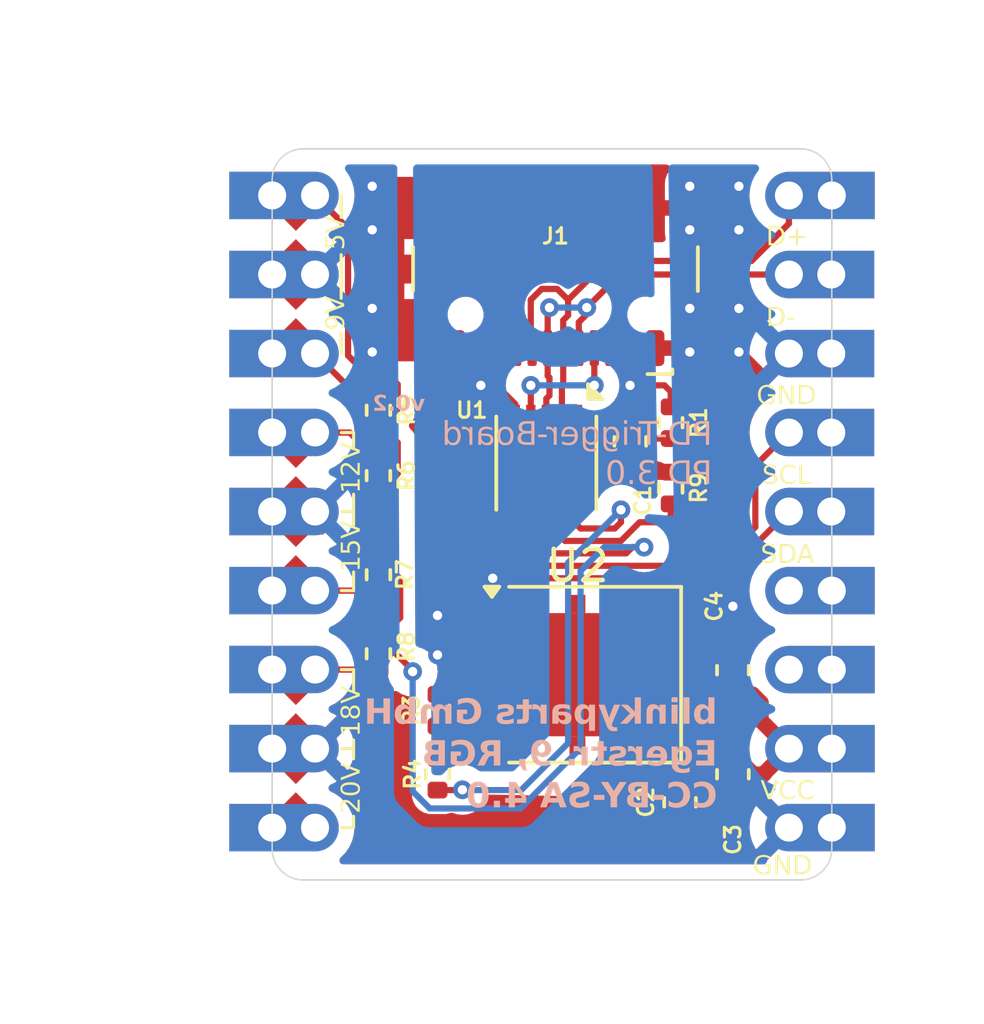
<source format=kicad_pcb>
(kicad_pcb (version 20240108) (generator "pcbnew") (generator_version "8.0")
  (layers (0 "F.Cu" signal) (31 "B.Cu" signal) (34 "B.Paste" user) (35 "F.Paste" user) (36 "B.SilkS" user "B.Silkscreen") (37 "F.SilkS" user "F.Silkscreen") (38 "B.Mask" user) (39 "F.Mask" user) (44 "Edge.Cuts" user))
  (net 0 "")
  (net 1 "GND")
  (net 2 "VOUT")
  (net 3 "D+")
  (net 4 "D-")
  (net 5 "VSET")
  (net 6 "VBUS")
  (net 7 "CC1")
  (net 8 "CC2")
  (net 9 "SCL")
  (net 10 "SDA")
  (net 11 "GATE")
  (net 12 "Net-(U3-SET_9V)")
  (net 13 "Net-(U3-SET_12V)")
  (net 14 "Net-(U3-SET_15V)")
  (net 15 "Net-(U3-SET_18V)")
  (net 16 "Net-(U1-ISET)")
  (net 17 "Net-(U1-VIN)")
  (net 18 "Net-(U2-G)")
  (footprint "Resistor_SMD:R_0402_1005Metric" (layer "F.Cu") (at 134.5 86.6 90)
    (property "Reference" "R6" (at 0 0.9 90) (layer "F.SilkS") (effects (font (size 0.5 0.5) (thickness 0.1))))
    (property "Value" "10k" (hide yes))
    (fp_line (start -0.153641 -0.38) (end 0.153641 -0.38) (stroke (width 0.12)) (layer "F.SilkS"))
    (fp_line (start -0.153641 0.38) (end 0.153641 0.38) (stroke (width 0.12)) (layer "F.SilkS"))
    (pad "1" smd roundrect (at -0.51 0 90) (size 0.54 0.64) (layers "F.Cu" "F.Paste" "F.Mask") (net 5 "VSET"))
    (pad "2" smd roundrect (at 0.51 0 90) (size 0.54 0.64) (layers "F.Cu" "F.Paste" "F.Mask") (net 13 "Net-(U3-SET_12V)"))
  )
  (footprint "Connector_USB:USB_C_Receptacle_GCT_USB4110" (layer "F.Cu") (at 140.193 78.822 180)
    (property "Reference" "J1" (at 0 -0.078 0) (layer "F.SilkS") (effects (font (size 0.5 0.5) (thickness 0.1))))
    (property "Value" "USB_C_Receptacle_USB3.0_12P")
    (fp_line (start 4.58 -0.435) (end 4.58 -1.845) (stroke (width 0.12)) (layer "F.SilkS"))
    (fp_line (start -2.96 -4.515) (end -3.76 -4.515) (stroke (width 0.12)) (layer "F.SilkS"))
    (fp_line (start -3.76 -4.515) (end -3.76 -4.365) (stroke (width 0.12)) (layer "F.SilkS"))
    (fp_line (start -4.58 -0.435) (end -4.58 -1.845) (stroke (width 0.12)) (layer "F.SilkS"))
    (pad "" np_thru_hole circle (at -2.89 -2.605 180) (size 0.65 0.65) (drill 0.65) (layers "F&B.Cu" "*.Mask"))
    (pad "" np_thru_hole circle (at 2.89 -2.605 180) (size 0.65 0.65) (drill 0.65) (layers "F&B.Cu" "*.Mask"))
    (pad "A1" smd roundrect (at -3.2 -3.68 180) (size 0.6 1.15) (layers "F.Cu" "F.Paste" "F.Mask") (net 1 "GND"))
    (pad "A4" smd roundrect (at -2.4 -3.68 180) (size 0.6 1.15) (layers "F.Cu" "F.Paste" "F.Mask") (net 6 "VBUS"))
    (pad "A5" smd roundrect (at -1.25 -3.68 180) (size 0.3 1.15) (layers "F.Cu" "F.Paste" "F.Mask") (net 7 "CC1"))
    (pad "A6" smd roundrect (at -0.25 -3.68 180) (size 0.3 1.15) (layers "F.Cu" "F.Paste" "F.Mask") (net 3 "D+"))
    (pad "A7" smd roundrect (at 0.25 -3.68 180) (size 0.3 1.15) (layers "F.Cu" "F.Paste" "F.Mask") (net 4 "D-"))
    (pad "A8" smd roundrect (at 1.25 -3.68 180) (size 0.3 1.15) (layers "F.Cu" "F.Paste" "F.Mask"))
    (pad "A9" smd roundrect (at 2.4 -3.68 180) (size 0.6 1.15) (layers "F.Cu" "F.Paste" "F.Mask") (net 6 "VBUS"))
    (pad "A12" smd roundrect (at 3.2 -3.68 180) (size 0.6 1.15) (layers "F.Cu" "F.Paste" "F.Mask") (net 1 "GND"))
    (pad "B1" smd roundrect (at 3.2 -3.68 180) (size 0.6 1.15) (layers "F.Cu" "F.Paste" "F.Mask") (net 1 "GND"))
    (pad "B4" smd roundrect (at 2.4 -3.68 180) (size 0.6 1.15) (layers "F.Cu" "F.Paste" "F.Mask") (net 6 "VBUS"))
    (pad "B5" smd roundrect (at 1.75 -3.68 180) (size 0.3 1.15) (layers "F.Cu" "F.Paste" "F.Mask") (net 8 "CC2"))
    (pad "B6" smd roundrect (at 0.75 -3.68 180) (size 0.3 1.15) (layers "F.Cu" "F.Paste" "F.Mask") (net 3 "D+"))
    (pad "B7" smd roundrect (at -0.75 -3.68 180) (size 0.3 1.15) (layers "F.Cu" "F.Paste" "F.Mask") (net 4 "D-"))
    (pad "B8" smd roundrect (at -1.75 -3.68 180) (size 0.3 1.15) (layers "F.Cu" "F.Paste" "F.Mask"))
    (pad "B9" smd roundrect (at -2.4 -3.68 180) (size 0.6 1.15) (layers "F.Cu" "F.Paste" "F.Mask") (net 6 "VBUS"))
    (pad "B12" smd roundrect (at -3.2 -3.68 180) (size 0.6 1.15) (layers "F.Cu" "F.Paste" "F.Mask") (net 1 "GND"))
    (pad "S1" smd roundrect (at -5.11 -3.105 180) (size 2.18 2) (layers "F.Cu" "F.Paste" "F.Mask") (roundrect_rratio 0.125) (net 1 "GND"))
    (pad "S1" smd roundrect (at -5.11 0.825 180) (size 2.18 2) (layers "F.Cu" "F.Paste" "F.Mask") (roundrect_rratio 0.125) (net 1 "GND"))
    (pad "S1" smd roundrect (at 5.11 -3.105 180) (size 2.18 2) (layers "F.Cu" "F.Paste" "F.Mask") (roundrect_rratio 0.125) (net 1 "GND"))
    (pad "S1" smd roundrect (at 5.11 0.825 180) (size 2.18 2) (layers "F.Cu" "F.Paste" "F.Mask") (roundrect_rratio 0.125) (net 1 "GND"))
  )
  (footprint "Resistor_SMD:R_0402_1005Metric" (layer "F.Cu") (at 136.4 94.145 -90)
    (property "Reference" "R3" (at 0.002641 0.838415 90) (layer "F.SilkS") (effects (font (size 0.5 0.5) (thickness 0.1))))
    (property "Value" "49.9k")
    (fp_line (start -0.153641 0.38) (end 0.153641 0.38) (stroke (width 0.12)) (layer "F.SilkS"))
    (fp_line (start -0.153641 -0.38) (end 0.153641 -0.38) (stroke (width 0.12)) (layer "F.SilkS"))
    (pad "1" smd roundrect (at -0.51 0 270) (size 0.54 0.64) (layers "F.Cu" "F.Paste" "F.Mask") (net 6 "VBUS"))
    (pad "2" smd roundrect (at 0.51 0 270) (size 0.54 0.64) (layers "F.Cu" "F.Paste" "F.Mask") (net 18 "Net-(U2-G)"))
  )
  (footprint "Resistor_SMD:R_0402_1005Metric" (layer "F.Cu") (at 134.5 84.5 90)
    (property "Reference" "R5" (at 0 0.9 90) (layer "F.SilkS") (effects (font (size 0.5 0.5) (thickness 0.1))))
    (property "Value" "6.04k" (hide yes))
    (fp_line (start -0.153641 -0.38) (end 0.153641 -0.38) (stroke (width 0.12)) (layer "F.SilkS"))
    (fp_line (start -0.153641 0.38) (end 0.153641 0.38) (stroke (width 0.12)) (layer "F.SilkS"))
    (pad "1" smd roundrect (at -0.51 0 90) (size 0.54 0.64) (layers "F.Cu" "F.Paste" "F.Mask") (net 5 "VSET"))
    (pad "2" smd roundrect (at 0.51 0 90) (size 0.54 0.64) (layers "F.Cu" "F.Paste" "F.Mask") (net 12 "Net-(U3-SET_9V)"))
  )
  (footprint "Resistor_SMD:R_0402_1005Metric" (layer "F.Cu") (at 143.9 87 90)
    (property "Reference" "R9" (at 0 0.9 90) (layer "F.SilkS") (effects (font (size 0.5 0.5) (thickness 0.1))))
    (property "Value" "22.6k" (hide yes))
    (fp_line (start -0.153641 -0.38) (end 0.153641 -0.38) (stroke (width 0.12)) (layer "F.SilkS"))
    (fp_line (start -0.153641 0.38) (end 0.153641 0.38) (stroke (width 0.12)) (layer "F.SilkS"))
    (pad "1" smd roundrect (at -0.51 0 90) (size 0.54 0.64) (layers "F.Cu" "F.Paste" "F.Mask") (net 16 "Net-(U1-ISET)"))
    (pad "2" smd roundrect (at 0.51 0 90) (size 0.54 0.64) (layers "F.Cu" "F.Paste" "F.Mask") (net 1 "GND"))
  )
  (footprint "Resistor_SMD:R_0402_1005Metric" (layer "F.Cu") (at 143.9 84.9 -90)
    (property "Reference" "R1" (at 0 -0.9 90) (layer "F.SilkS") (effects (font (size 0.5 0.5) (thickness 0.1))))
    (property "Value" "10R" (hide yes))
    (fp_line (start -0.153641 0.38) (end 0.153641 0.38) (stroke (width 0.12)) (layer "F.SilkS"))
    (fp_line (start -0.153641 -0.38) (end 0.153641 -0.38) (stroke (width 0.12)) (layer "F.SilkS"))
    (pad "1" smd roundrect (at -0.51 0 270) (size 0.54 0.64) (layers "F.Cu" "F.Paste" "F.Mask") (net 6 "VBUS"))
    (pad "2" smd roundrect (at 0.51 0 270) (size 0.54 0.64) (layers "F.Cu" "F.Paste" "F.Mask") (net 17 "Net-(U1-VIN)"))
  )
  (footprint "Package_SO:PowerPAK_SO-8L_Single" (layer "F.Cu") (at 140.9 93)
    (property "Reference" "U2" (at 0 -3.5 0) (layer "F.SilkS"))
    (property "Value" "SIR1309DP")
    (fp_line (start -2.2 -2.825) (end 3.335 -2.825) (stroke (width 0.12)) (layer "F.SilkS"))
    (fp_line (start -2.2 2.825) (end 3.335 2.825) (stroke (width 0.12)) (layer "F.SilkS"))
    (fp_line (start 3.335 -2.825) (end 3.335 2.825) (stroke (width 0.12)) (layer "F.SilkS"))
    (fp_poly (pts (xy -2.75 -2.5) (xy -2.51 -2.83) (xy -2.99 -2.83) (xy -2.75 -2.5)) (stroke (width 0.12)) (fill solid) (layer "F.SilkS"))
    (pad "1" smd roundrect (at -2.715 -1.905) (size 0.72 0.41) (layers "F.Cu" "F.Paste" "F.Mask") (net 6 "VBUS"))
    (pad "2" smd roundrect (at -2.715 -0.635) (size 0.72 0.41) (layers "F.Cu" "F.Paste" "F.Mask") (net 6 "VBUS"))
    (pad "3" smd roundrect (at -2.715 0.635) (size 0.72 0.41) (layers "F.Cu" "F.Paste" "F.Mask") (net 6 "VBUS"))
    (pad "4" smd roundrect (at -2.715 1.905) (size 0.72 0.41) (layers "F.Cu" "F.Paste" "F.Mask") (net 18 "Net-(U2-G)"))
    (pad "5" smd rect (at 0 -2.2725) (size 0.51 0.585) (layers "F.Cu" "F.Paste" "F.Mask") (net 2 "VOUT"))
    (pad "5" smd rect (at 0 2.2725) (size 0.51 0.585) (layers "F.Cu" "F.Paste" "F.Mask") (net 2 "VOUT"))
    (pad "5" smd rect (at 1.08 0) (size 3.99 3.96) (layers "F.Cu" "F.Mask") (net 2 "VOUT"))
    (pad "5" smd rect (at 2.87 -2.215) (size 0.41 0.47) (layers "F.Cu" "F.Paste" "F.Mask") (net 2 "VOUT"))
    (pad "5" smd rect (at 2.87 2.215) (size 0.41 0.47) (layers "F.Cu" "F.Paste" "F.Mask") (net 2 "VOUT"))
  )
  (footprint "blinkyparts:ESP32-S3-Zero" (layer "F.Cu") (at 131.081 93.597)
    (property "Reference" "U3")
    (property "Value" "ESP32-S3-mini_pinprofile")
    (fp_line (start 0 5) (end 0 -16.5) (stroke (width 0.05)) (layer "Edge.Cuts"))
    (fp_line (start 17 -17.5) (end 1 -17.5) (stroke (width 0.05)) (layer "Edge.Cuts"))
    (fp_line (start 17 6) (end 1 6) (stroke (width 0.05)) (layer "Edge.Cuts"))
    (fp_line (start 18 -16.5) (end 18 5) (stroke (width 0.05)) (layer "Edge.Cuts"))
    (fp_arc (start 0 -16.5) (mid 0.292893 -17.207107) (end 1 -17.5) (stroke (width 0.05)) (layer "Edge.Cuts"))
    (fp_arc (start 1 6) (mid 0.292893 5.707107) (end 0 5) (stroke (width 0.05)) (layer "Edge.Cuts"))
    (fp_arc (start 17 -17.5) (mid 17.707107 -17.207107) (end 18 -16.5) (stroke (width 0.05)) (layer "Edge.Cuts"))
    (fp_arc (start 18 5) (mid 17.707107 5.707107) (end 17 6) (stroke (width 0.05)) (layer "Edge.Cuts"))
    (pad "1" thru_hole rect (at 0 -16.002) (size 2.76 1.524) (drill 0.9) (layers "*.Cu" "*.Mask") (net 5 "VSET"))
    (pad "1" smd trapezoid (at 0.762 -15.113 180) (size 0.5 0.5) (rect_delta 0 0.5) (layers "F.Cu" "F.Paste" "F.Mask") (net 5 "VSET"))
    (pad "1" thru_hole circle (at 1.38 -16.002) (size 1.524 1.524) (drill 0.9) (layers "*.Cu" "*.Mask") (net 5 "VSET"))
    (pad "2" thru_hole rect (at 0 -13.46) (size 2.76 1.524) (drill 0.9) (layers "*.Cu" "*.Mask") (net 1 "GND"))
    (pad "2" smd trapezoid (at 0.762 -14.349) (size 0.5 0.5) (rect_delta 0 0.5) (layers "F.Cu" "F.Paste" "F.Mask") (net 1 "GND"))
    (pad "2" smd trapezoid (at 0.762 -12.571 180) (size 0.5 0.5) (rect_delta 0 0.5) (layers "F.Cu" "F.Paste" "F.Mask") (net 1 "GND"))
    (pad "2" thru_hole circle (at 1.38 -13.46) (size 1.524 1.524) (drill 0.9) (layers "*.Cu" "*.Mask") (net 1 "GND"))
    (pad "3" thru_hole rect (at 0 -10.922) (size 2.76 1.524) (drill 0.9) (layers "*.Cu" "*.Mask") (net 12 "Net-(U3-SET_9V)"))
    (pad "3" smd trapezoid (at 0.762 -11.809) (size 0.5 0.5) (rect_delta 0 0.5) (layers "F.Cu" "F.Paste" "F.Mask") (net 12 "Net-(U3-SET_9V)"))
    (pad "3" thru_hole circle (at 1.38 -10.922) (size 1.524 1.524) (drill 0.9) (layers "*.Cu" "*.Mask") (net 12 "Net-(U3-SET_9V)"))
    (pad "4" thru_hole rect (at 0 -8.382) (size 2.76 1.524) (drill 0.9) (layers "*.Cu" "*.Mask") (net 13 "Net-(U3-SET_12V)"))
    (pad "4" smd trapezoid (at 0.762 -7.491 180) (size 0.5 0.5) (rect_delta 0 0.5) (layers "F.Cu" "F.Paste" "F.Mask") (net 13 "Net-(U3-SET_12V)"))
    (pad "4" thru_hole circle (at 1.38 -8.382) (size 1.524 1.524) (drill 0.9) (layers "*.Cu" "*.Mask") (net 13 "Net-(U3-SET_12V)"))
    (pad "5" thru_hole rect (at 0 -5.842) (size 2.76 1.524) (drill 0.9) (layers "*.Cu" "*.Mask") (net 1 "GND"))
    (pad "5" smd trapezoid (at 0.762 -6.729) (size 0.5 0.5) (rect_delta 0 0.5) (layers "F.Cu" "F.Paste" "F.Mask") (net 1 "GND"))
    (pad "5" smd trapezoid (at 0.762 -4.951 180) (size 0.5 0.5) (rect_delta 0 0.5) (layers "F.Cu" "F.Paste" "F.Mask") (net 1 "GND"))
    (pad "5" thru_hole circle (at 1.38 -5.842) (size 1.524 1.524) (drill 0.9) (layers "*.Cu" "*.Mask") (net 1 "GND"))
    (pad "6" thru_hole rect (at 0 -3.302) (size 2.76 1.524) (drill 0.9) (layers "*.Cu" "*.Mask") (net 14 "Net-(U3-SET_15V)"))
    (pad "6" smd trapezoid (at 0.762 -4.189) (size 0.5 0.5) (rect_delta 0 0.5) (layers "F.Cu" "F.Paste" "F.Mask") (net 14 "Net-(U3-SET_15V)"))
    (pad "6" thru_hole circle (at 1.38 -3.302) (size 1.524 1.524) (drill 0.9) (layers "*.Cu" "*.Mask") (net 14 "Net-(U3-SET_15V)"))
    (pad "7" thru_hole rect (at 0 -0.762) (size 2.76 1.524) (drill 0.9) (layers "*.Cu" "*.Mask") (net 15 "Net-(U3-SET_18V)"))
    (pad "7" smd trapezoid (at 0.762 0.129 180) (size 0.5 0.5) (rect_delta 0 0.5) (layers "F.Cu" "F.Paste" "F.Mask") (net 15 "Net-(U3-SET_18V)"))
    (pad "7" thru_hole circle (at 1.38 -0.762) (size 1.524 1.524) (drill 0.9) (layers "*.Cu" "*.Mask") (net 15 "Net-(U3-SET_18V)"))
    (pad "8" thru_hole rect (at 0 1.778) (size 2.76 1.524) (drill 0.9) (layers "*.Cu" "*.Mask") (net 1 "GND"))
    (pad "8" smd trapezoid (at 0.762 0.891) (size 0.5 0.5) (rect_delta 0 0.5) (layers "F.Cu" "F.Paste" "F.Mask") (net 1 "GND"))
    (pad "8" smd trapezoid (at 0.762 2.669 180) (size 0.5 0.5) (rect_delta 0 0.5) (layers "F.Cu" "F.Paste" "F.Mask") (net 1 "GND"))
    (pad "8" thru_hole circle (at 1.38 1.778) (size 1.524 1.524) (drill 0.9) (layers "*.Cu" "*.Mask") (net 1 "GND"))
    (pad "9" thru_hole rect (at 0 4.32) (size 2.76 1.524) (drill 0.9) (layers "*.Cu" "*.Mask"))
    (pad "9" smd trapezoid (at 0.762 3.431) (size 0.5 0.5) (rect_delta 0 0.5) (layers "F.Cu" "F.Paste" "F.Mask"))
    (pad "9" thru_hole circle (at 1.38 4.32) (size 1.524 1.524) (drill 0.9) (layers "*.Cu" "*.Mask"))
    (pad "10" thru_hole circle (at 16.62 4.318 180) (size 1.524 1.524) (drill 0.9) (layers "*.Cu" "*.Mask") (net 1 "GND"))
    (pad "10" thru_hole rect (at 18 4.318 180) (size 2.76 1.524) (drill 0.9) (layers "*.Cu" "*.Mask") (net 1 "GND"))
    (pad "11" thru_hole circle (at 16.62 1.78 180) (size 1.524 1.524) (drill 0.9) (layers "*.Cu" "*.Mask") (net 2 "VOUT"))
    (pad "11" thru_hole rect (at 18 1.78 180) (size 2.76 1.524) (drill 0.9) (layers "*.Cu" "*.Mask") (net 2 "VOUT"))
    (pad "12" thru_hole circle (at 16.62 -0.76 180) (size 1.524 1.524) (drill 0.9) (layers "*.Cu" "*.Mask"))
    (pad "12" thru_hole rect (at 18 -0.76 180) (size 2.76 1.524) (drill 0.9) (layers "*.Cu" "*.Mask"))
    (pad "13" thru_hole circle (at 16.62 -3.3 180) (size 1.524 1.524) (drill 0.9) (layers "*.Cu" "*.Mask"))
    (pad "13" thru_hole rect (at 18 -3.3 180) (size 2.76 1.524) (drill 0.9) (layers "*.Cu" "*.Mask"))
    (pad "14" thru_hole circle (at 16.62 -5.842 180) (size 1.524 1.524) (drill 0.9) (layers "*.Cu" "*.Mask") (net 10 "SDA"))
    (pad "14" thru_hole rect (at 17.983 -5.842 180) (size 2.76 1.524) (drill 0.9) (layers "*.Cu" "*.Mask") (net 10 "SDA"))
    (pad "15" thru_hole circle (at 16.62 -8.38 180) (size 1.524 1.524) (drill 0.9) (layers "*.Cu" "*.Mask") (net 9 "SCL"))
    (pad "15" thru_hole rect (at 17.983 -8.38 180) (size 2.76 1.524) (drill 0.9) (layers "*.Cu" "*.Mask") (net 9 "SCL"))
    (pad "16" thru_hole circle (at 16.62 -10.92 180) (size 1.524 1.524) (drill 0.9) (layers "*.Cu" "*.Mask") (net 1 "GND"))
    (pad "16" thru_hole rect (at 17.983 -10.92 180) (size 2.76 1.524) (drill 0.9) (layers "*.Cu" "*.Mask") (net 1 "GND"))
    (pad "17" thru_hole circle (at 16.62 -13.46 180) (size 1.524 1.524) (drill 0.9) (layers "*.Cu" "*.Mask") (net 4 "D-"))
    (pad "17" thru_hole rect (at 17.983 -13.46 180) (size 2.76 1.524) (drill 0.9) (layers "*.Cu" "*.Mask") (net 4 "D-"))
    (pad "18" thru_hole circle (at 16.62 -16 180) (size 1.524 1.524) (drill 0.9) (layers "*.Cu" "*.Mask") (net 3 "D+"))
    (pad "18" thru_hole rect (at 18 -16 180) (size 2.76 1.524) (drill 0.9) (layers "*.Cu" "*.Mask") (net 3 "D+"))
  )
  (footprint "Capacitor_SMD:C_0603_1608Metric" (layer "F.Cu") (at 144.2 97.1 -90)
    (property "Reference" "C2" (at 0 1.1 90) (layer "F.SilkS") (effects (font (size 0.5 0.5) (thickness 0.1))))
    (property "Value" "4.7uF 35V" (hide yes))
    (fp_line (start -0.14058 0.51) (end 0.14058 0.51) (stroke (width 0.12)) (layer "F.SilkS"))
    (fp_line (start -0.14058 -0.51) (end 0.14058 -0.51) (stroke (width 0.12)) (layer "F.SilkS"))
    (pad "1" smd roundrect (at -0.775 0 270) (size 0.9 0.95) (layers "F.Cu" "F.Paste" "F.Mask") (net 2 "VOUT"))
    (pad "2" smd roundrect (at 0.775 0 270) (size 0.9 0.95) (layers "F.Cu" "F.Paste" "F.Mask") (net 1 "GND"))
  )
  (footprint "Resistor_SMD:R_0402_1005Metric" (layer "F.Cu") (at 134.5 89.787 -90)
    (property "Reference" "R7" (at -0.003131 -0.84935 90) (layer "F.SilkS") (effects (font (size 0.5 0.5) (thickness 0.1))))
    (property "Value" "14k" (hide yes))
    (fp_line (start -0.153641 0.38) (end 0.153641 0.38) (stroke (width 0.12)) (layer "F.SilkS"))
    (fp_line (start -0.153641 -0.38) (end 0.153641 -0.38) (stroke (width 0.12)) (layer "F.SilkS"))
    (pad "1" smd roundrect (at -0.51 0 270) (size 0.54 0.64) (layers "F.Cu" "F.Paste" "F.Mask") (net 5 "VSET"))
    (pad "2" smd roundrect (at 0.51 0 270) (size 0.54 0.64) (layers "F.Cu" "F.Paste" "F.Mask") (net 14 "Net-(U3-SET_15V)"))
  )
  (footprint "Package_DFN_QFN:DFN-10-1EP_3x3mm_P0.5mm_EP1.55x2.48mm" (layer "F.Cu") (at 139.9 86.2 -90)
    (property "Reference" "U1" (at -1.7 2.4 180) (layer "F.SilkS") (effects (font (size 0.5 0.5) (thickness 0.1))))
    (property "Value" "HUSB238")
    (fp_line (start -1.5 1.61) (end 1.5 1.61) (stroke (width 0.12)) (layer "F.SilkS"))
    (fp_line (start -1.5 -1.61) (end 1.5 -1.61) (stroke (width 0.12)) (layer "F.SilkS"))
    (fp_poly (pts (xy -2.06 -1.34) (xy -2.54 -1.34) (xy -2.06 -1.82) (xy -2.06 -1.34)) (stroke (width 0.12)) (fill solid) (layer "F.SilkS"))
    (pad "1" smd rect (at -1.55 -1 270) (size 0.65 0.3) (layers "F.Cu" "F.Paste" "F.Mask") (net 17 "Net-(U1-VIN)"))
    (pad "2" smd rect (at -1.55 -0.5 270) (size 0.65 0.3) (layers "F.Cu" "F.Paste" "F.Mask") (net 3 "D+"))
    (pad "3" smd rect (at -1.55 0 270) (size 0.65 0.3) (layers "F.Cu" "F.Paste" "F.Mask") (net 4 "D-"))
    (pad "4" smd rect (at -1.55 0.5 270) (size 0.65 0.3) (layers "F.Cu" "F.Paste" "F.Mask") (net 7 "CC1"))
    (pad "5" smd rect (at -1.55 1 270) (size 0.65 0.3) (layers "F.Cu" "F.Paste" "F.Mask") (net 8 "CC2"))
    (pad "6" smd rect (at 1.55 1 270) (size 0.65 0.3) (layers "F.Cu" "F.Paste" "F.Mask") (net 10 "SDA"))
    (pad "7" smd rect (at 1.55 0.5 270) (size 0.65 0.3) (layers "F.Cu" "F.Paste" "F.Mask") (net 9 "SCL"))
    (pad "8" smd rect (at 1.55 0 270) (size 0.65 0.3) (layers "F.Cu" "F.Paste" "F.Mask") (net 5 "VSET"))
    (pad "9" smd rect (at 1.55 -0.5 270) (size 0.65 0.3) (layers "F.Cu" "F.Paste" "F.Mask") (net 16 "Net-(U1-ISET)"))
    (pad "10" smd rect (at 1.55 -1 270) (size 0.65 0.3) (layers "F.Cu" "F.Paste" "F.Mask") (net 11 "GATE"))
    (pad "11" smd rect (at 0 0 270) (size 1.55 2.48) (layers "F.Cu" "F.Mask") (net 1 "GND"))
  )
  (footprint "Resistor_SMD:R_0402_1005Metric" (layer "F.Cu") (at 136.4 96.2 -90)
    (property "Reference" "R4" (at 0 0.8 90) (layer "F.SilkS") (effects (font (size 0.5 0.5) (thickness 0.1))))
    (property "Value" "5.1k" (hide yes))
    (fp_line (start -0.153641 0.38) (end 0.153641 0.38) (stroke (width 0.12)) (layer "F.SilkS"))
    (fp_line (start -0.153641 -0.38) (end 0.153641 -0.38) (stroke (width 0.12)) (layer "F.SilkS"))
    (pad "1" smd roundrect (at -0.51 0 270) (size 0.54 0.64) (layers "F.Cu" "F.Paste" "F.Mask") (net 18 "Net-(U2-G)"))
    (pad "2" smd roundrect (at 0.51 0 270) (size 0.54 0.64) (layers "F.Cu" "F.Paste" "F.Mask") (net 11 "GATE"))
  )
  (footprint "Capacitor_SMD:C_0603_1608Metric" (layer "F.Cu") (at 145.9 92.85523 90)
    (property "Reference" "C4" (at 2.05523 -0.6 90) (layer "F.SilkS") (effects (font (size 0.5 0.5) (thickness 0.1))))
    (property "Value" "4.7uF 35V" (hide yes))
    (fp_line (start -0.14058 -0.51) (end 0.14058 -0.51) (stroke (width 0.12)) (layer "F.SilkS"))
    (fp_line (start -0.14058 0.51) (end 0.14058 0.51) (stroke (width 0.12)) (layer "F.SilkS"))
    (pad "1" smd roundrect (at -0.775 0 90) (size 0.9 0.95) (layers "F.Cu" "F.Paste" "F.Mask") (net 2 "VOUT"))
    (pad "2" smd roundrect (at 0.775 0 90) (size 0.9 0.95) (layers "F.Cu" "F.Paste" "F.Mask") (net 1 "GND"))
  )
  (footprint "Capacitor_SMD:C_0603_1608Metric" (layer "F.Cu") (at 145.9 96.2 -90)
    (property "Reference" "C3" (at 2.1 0 90) (layer "F.SilkS") (effects (font (size 0.5 0.5) (thickness 0.1))))
    (property "Value" "4.7uF 35V" (hide yes))
    (fp_line (start -0.14058 0.51) (end 0.14058 0.51) (stroke (width 0.12)) (layer "F.SilkS"))
    (fp_line (start -0.14058 -0.51) (end 0.14058 -0.51) (stroke (width 0.12)) (layer "F.SilkS"))
    (pad "1" smd roundrect (at -0.775 0 270) (size 0.9 0.95) (layers "F.Cu" "F.Paste" "F.Mask") (net 2 "VOUT"))
    (pad "2" smd roundrect (at 0.775 0 270) (size 0.9 0.95) (layers "F.Cu" "F.Paste" "F.Mask") (net 1 "GND"))
  )
  (footprint "Resistor_SMD:R_0402_1005Metric" (layer "F.Cu") (at 134.5 92.327 -90)
    (property "Reference" "R8" (at -0.227 -0.9 90) (layer "F.SilkS") (effects (font (size 0.5 0.5) (thickness 0.1))))
    (property "Value" "18k" (hide yes))
    (fp_line (start -0.153641 0.38) (end 0.153641 0.38) (stroke (width 0.12)) (layer "F.SilkS"))
    (fp_line (start -0.153641 -0.38) (end 0.153641 -0.38) (stroke (width 0.12)) (layer "F.SilkS"))
    (pad "1" smd roundrect (at -0.51 0 270) (size 0.54 0.64) (layers "F.Cu" "F.Paste" "F.Mask") (net 5 "VSET"))
    (pad "2" smd roundrect (at 0.51 0 270) (size 0.54 0.64) (layers "F.Cu" "F.Paste" "F.Mask") (net 15 "Net-(U3-SET_18V)"))
  )
  (footprint "Capacitor_SMD:C_0603_1608Metric" (layer "F.Cu") (at 142.6 85.5 -90)
    (property "Reference" "C1" (at 1.9 -0.4 90) (layer "F.SilkS") (effects (font (size 0.5 0.5) (thickness 0.1))))
    (property "Value" "1uF 50V")
    (fp_line (start -0.14058 0.51) (end 0.14058 0.51) (stroke (width 0.12)) (layer "F.SilkS"))
    (fp_line (start -0.14058 -0.51) (end 0.14058 -0.51) (stroke (width 0.12)) (layer "F.SilkS"))
    (pad "1" smd roundrect (at -0.775 0 270) (size 0.9 0.95) (layers "F.Cu" "F.Paste" "F.Mask") (net 17 "Net-(U1-VIN)"))
    (pad "2" smd roundrect (at 0.775 0 270) (size 0.9 0.95) (layers "F.Cu" "F.Paste" "F.Mask") (net 1 "GND"))
  )
  (gr_line (start 133.303 95.377) (end 133.7 95.377) (stroke (width 0.1)) (layer "F.SilkS"))
  (gr_line (start 133.303 85.217) (end 133.7 85.217) (stroke (width 0.1)) (layer "F.SilkS"))
  (gr_line (start 133.7 97.917) (end 133.7 97.553075) (stroke (width 0.1)) (layer "F.SilkS"))
  (gr_line (start 133.303 90.297) (end 133.7 90.297) (stroke (width 0.1)) (layer "F.SilkS"))
  (gr_line (start 133.7 92.837) (end 133.7 93.5) (stroke (width 0.1)) (layer "F.SilkS"))
  (gr_line (start 133.3 77.597) (end 133.3 78.3) (stroke (width 0.1)) (layer "F.SilkS"))
  (gr_line (start 133.303 87.757) (end 133.7 87.757) (stroke (width 0.1)) (layer "F.SilkS"))
  (gr_line (start 133.7 85.217) (end 133.7 85.7) (stroke (width 0.1)) (layer "F.SilkS"))
  (gr_line (start 133.3 80.1) (end 133.3 79.5) (stroke (width 0.1)) (layer "F.SilkS"))
  (gr_line (start 133.303 92.837) (end 133.7 92.837) (stroke (width 0.1)) (layer "F.SilkS"))
  (gr_line (start 133.303 97.917) (end 133.7 97.917) (stroke (width 0.1)) (layer "F.SilkS"))
  (gr_line (start 133.3 82.677) (end 133.3 82) (stroke (width 0.1)) (layer "F.SilkS"))
  (gr_line (start 133.7 95.1) (end 133.7 95.7) (stroke (width 0.1)) (layer "F.SilkS"))
  (gr_line (start 133.7 90.297) (end 133.7 89.7) (stroke (width 0.1)) (layer "F.SilkS"))
  (gr_line (start 133.3 80.1) (end 133.3 80.9) (stroke (width 0.1)) (layer "F.SilkS"))
  (gr_line (start 133.7 88.2) (end 133.7 87.2) (stroke (width 0.1)) (layer "F.SilkS"))
  (gr_text "PD-Trigger-Board\nPD 3.0" (at 145.238 87 0) (layer "B.SilkS") (effects (font (size 0.75 0.75) (thickness 0.1)) (justify left bottom mirror)))
  (gr_text "v0.2" (at 136 84.6 0) (layer "B.SilkS") (effects (font (size 0.5 0.5) (thickness 0.1) (bold yes)) (justify left bottom mirror)))
  (gr_text "blinkyparts GmbH\nEgerstr. 9, RGB\nCC-BY-SA 4.0" (at 145.4 97.4 0) (layer "B.SilkS") (effects (font (size 0.8 0.8) (thickness 0.16) (bold yes)) (justify left bottom mirror)))
  (gr_text "20V" (at 134 97.468404 90) (layer "F.SilkS") (effects (font (size 0.6 0.6) (thickness 0.1)) (justify left bottom)))
  (gr_text "9V" (at 133.5 81.934005 90) (layer "F.SilkS") (effects (font (size 0.6 0.6) (thickness 0.1)) (justify left bottom)))
  (gr_text "SCL" (at 146.8374 86.9696 0) (layer "F.SilkS") (effects (font (size 0.6 0.6) (thickness 0.1)) (justify left bottom)))
  (gr_text "SDA" (at 146.7866 89.5096 0) (layer "F.SilkS") (effects (font (size 0.6 0.6) (thickness 0.1)) (justify left bottom)))
  (gr_text "5V" (at 133.5 79.353965 90) (layer "F.SilkS") (effects (font (size 0.6 0.6) (thickness 0.1)) (justify left bottom)))
  (gr_text "VCC" (at 146.7866 97.1042 0) (layer "F.SilkS") (effects (font (size 0.6 0.6) (thickness 0.1)) (justify left bottom)))
  (gr_text "GND" (at 146.5326 99.5172 0) (layer "F.SilkS") (effects (font (size 0.6 0.6) (thickness 0.1)) (justify left bottom)))
  (gr_text "15V" (at 134 89.7 90) (layer "F.SilkS") (effects (font (size 0.6 0.6) (thickness 0.1)) (justify left bottom)))
  (gr_text "GND" (at 146.6596 84.4042 0) (layer "F.SilkS") (effects (font (size 0.6 0.6) (thickness 0.1)) (justify left bottom)))
  (gr_text "12V" (at 134 87.17647 90) (layer "F.SilkS") (effects (font (size 0.6 0.6) (thickness 0.1)) (justify left bottom)))
  (gr_text "D-" (at 146.9644 81.8896 0) (layer "F.SilkS") (effects (font (size 0.6 0.6) (thickness 0.1)) (justify left bottom)))
  (gr_text "18V" (at 134 94.998974 90) (layer "F.SilkS") (effects (font (size 0.6 0.6) (thickness 0.1)) (justify left bottom)))
  (gr_text "D+" (at 146.9644 79.2988 0) (layer "F.SilkS") (effects (font (size 0.6 0.6) (thickness 0.1)) (justify left bottom)))
  (segment (start 145.700954 90.800954) (end 145.7 90.8) (width 0.2) (layer "F.Cu") (net 1))
  (segment (start 136.993 82.502) (end 136.418 81.927) (width 0.5) (layer "F.Cu") (net 1))
  (segment (start 135.083 81.927) (end 135.083 82.183) (width 0.2) (layer "F.Cu") (net 1))
  (segment (start 135.33242 82.183) (end 136.3 83.15058) (width 0.5) (layer "F.Cu") (net 1))
  (segment (start 145.303 81.927) (end 145.303 84.697) (width 0.5) (layer "F.Cu") (net 1))
  (segment (start 135.083 77.997) (end 135.003 77.997) (width 0.2) (layer "F.Cu") (net 1))
  (segment (start 144.65 77.45) (end 144.5 77.3) (width 0.2) (layer "F.Cu") (net 1))
  (segment (start 131.825 87.55) (end 132.675 88.4) (width 0.2) (layer "F.Cu") (net 1))
  (segment (start 143.393 82.502) (end 144.402 82.502) (width 0.5) (layer "F.Cu") (net 1))
  (segment (start 144.402 82.502) (end 144.5 82.6) (width 0.5) (layer "F.Cu") (net 1))
  (segment (start 135.083 82.183) (end 135.083 77.997) (width 0.5) (layer "F.Cu") (net 1))
  (segment (start 145.9 91.881184) (end 145.9 90.800954) (width 0.3) (layer "F.Cu") (net 1))
  (segment (start 134.973 81.927) (end 134.3 82.6) (width 0.2) (layer "F.Cu") (net 1))
  (segment (start 145.303 77.997) (end 142.897 77.997) (width 0.5) (layer "F.Cu") (net 1))
  (segment (start 135.083 77.997) (end 135.197 77.997) (width 0.2) (layer "F.Cu") (net 1))
  (segment (start 136.418 81.927) (end 135.083 81.927) (width 0.5) (layer "F.Cu") (net 1))
  (segment (start 135.083 82.183) (end 135.33242 82.183) (width 0.5) (layer "F.Cu") (net 1))
  (segment (start 136.3 83.15058) (end 136.3 83.4) (width 0.5) (layer "F.Cu") (net 1))
  (segment (start 135.003 77.997) (end 134.3 78.7) (width 0.2) (layer "F.Cu") (net 1))
  (segment (start 135.083 77.997) (end 135.203 77.997) (width 0.2) (layer "F.Cu") (net 1))
  (segment (start 135.083 77.997) (end 134.997 77.997) (width 0.2) (layer "F.Cu") (net 1))
  (segment (start 135.203 77.997) (end 135.9 77.3) (width 0.2) (layer "F.Cu") (net 1))
  (segment (start 147.701 97.917) (end 147.701 97.801) (width 0.5) (layer "F.Cu") (net 1))
  (segment (start 134.997 77.997) (end 134.3 77.3) (width 0.2) (layer "F.Cu") (net 1))
  (segment (start 135.197 77.997) (end 135.9 78.7) (width 0.2) (layer "F.Cu") (net 1))
  (via (at 134.3 81.227) (size 0.6) (drill 0.3) (layers "F.Cu" "B.Cu") (net 1))
  (via (at 146.093 77.3) (size 0.6) (drill 0.3) (layers "F.Cu" "B.Cu") (net 1))
  (via (at 146.093 82.627) (size 0.6) (drill 0.3) (layers "F.Cu" "B.Cu") (net 1))
  (via (at 146.093 81.227) (size 0.6) (drill 0.3) (layers "F.Cu" "B.Cu") (net 1))
  (via (at 144.513 78.7) (size 0.6) (drill 0.3) (layers "F.Cu" "B.Cu") (net 1))
  (via (at 144.513 81.227) (size 0.6) (drill 0.3) (layers "F.Cu" "B.Cu") (net 1))
  (via (at 144.513 77.3) (size 0.6) (drill 0.3) (layers "F.Cu" "B.Cu") (net 1))
  (via (at 134.3 78.7) (size 0.6) (drill 0.3) (layers "F.Cu" "B.Cu") (net 1))
  (via (at 144.513 82.627) (size 0.6) (drill 0.3) (layers "F.Cu" "B.Cu") (net 1))
  (via (at 134.3 82.627) (size 0.6) (drill 0.3) (layers "F.Cu" "B.Cu") (net 1))
  (via (at 145.9 90.8) (size 0.6) (drill 0.3) (layers "F.Cu" "B.Cu") (net 1))
  (via (at 134.3 77.3) (size 0.6) (drill 0.3) (layers "F.Cu" "B.Cu") (net 1))
  (via (at 146.093 78.7) (size 0.6) (drill 0.3) (layers "F.Cu" "B.Cu") (net 1))
  (segment (start 144.2 96.1) (end 143.7 95.6) (width 0.5) (layer "F.Cu") (net 2))
  (segment (start 145.8972 95.4278) (end 145.9 95.425) (width 0.5) (layer "F.Cu") (net 2))
  (segment (start 143.62892 93.63023) (end 143.62415 93.635) (width 0.5) (layer "F.Cu") (net 2))
  (segment (start 144.2 96.325) (end 144.2 96.1) (width 0.5) (layer "F.Cu") (net 2))
  (segment (start 145.73023 93.63023) (end 145.72546 93.635) (width 0.2) (layer "F.Cu") (net 2))
  (segment (start 144.2 96.325) (end 145.0972 95.4278) (width 0.5) (layer "F.Cu") (net 2))
  (segment (start 145.72546 93.635) (end 145.72069 93.63023) (width 0.5) (layer "F.Cu") (net 2))
  (segment (start 145.9 95.539172) (end 146.560828 96.2) (width 0.5) (layer "F.Cu") (net 2))
  (segment (start 145.9 93.63023) (end 145.73023 93.63023) (width 0.2) (layer "F.Cu") (net 2))
  (segment (start 143.7 94.98085) (end 143.62415 94.905) (width 0.5) (layer "F.Cu") (net 2))
  (segment (start 143.7 95.6) (end 143.7 94.98085) (width 0.5) (layer "F.Cu") (net 2))
  (segment (start 145.0972 95.4278) (end 145.8972 95.4278) (width 0.5) (layer "F.Cu") (net 2))
  (segment (start 146.9 96.178) (end 147.701 95.377) (width 0.5) (layer "F.Cu") (net 2))
  (segment (start 146.8 93.9) (end 146.8 94.476) (width 0.5) (layer "F.Cu") (net 2))
  (segment (start 146.53023 93.63023) (end 146.8 93.9) (width 0.5) (layer "F.Cu") (net 2))
  (segment (start 145.95423 93.63023) (end 145.9 93.63023) (width 0.2) (layer "F.Cu") (net 2))
  (segment (start 146.8 94.476) (end 147.701 95.377) (width 0.5) (layer "F.Cu") (net 2))
  (segment (start 145.9 95.125) (end 145.9 95.3) (width 0.2) (layer "F.Cu") (net 2))
  (segment (start 146.9 96.2) (end 146.9 96.178) (width 0.5) (layer "F.Cu") (net 2))
  (segment (start 145.9 95.425) (end 145.9 93.63023) (width 0.5) (layer "F.Cu") (net 2))
  (segment (start 145.9 95.425) (end 145.9 95.539172) (width 0.5) (layer "F.Cu") (net 2))
  (segment (start 145.9 93.63023) (end 146.53023 93.63023) (width 0.5) (layer "F.Cu") (net 2))
  (segment (start 146.560828 96.2) (end 146.9 96.2) (width 0.5) (layer "F.Cu") (net 2))
  (segment (start 140.4 83.7) (end 140.4 84.65) (width 0.2) (layer "F.Cu") (net 3))
  (segment (start 146.5 79.7) (end 141.851471 79.7) (width 0.2) (layer "F.Cu") (net 3))
  (segment (start 140.248529 80.6) (end 139.751471 80.6) (width 0.2) (layer "F.Cu") (net 3))
  (segment (start 139.751471 80.6) (end 139.4 80.951471) (width 0.2) (layer "F.Cu") (net 3))
  (segment (start 147.701 78.499) (end 146.5 79.7) (width 0.2) (layer "F.Cu") (net 3))
  (segment (start 147.701 77.597) (end 147.701 78.499) (width 0.2) (layer "F.Cu") (net 3))
  (segment (start 139.4 82.459) (end 139.443 82.502) (width 0.2) (layer "F.Cu") (net 3))
  (segment (start 140.443 82.502) (end 140.443 81.605529) (width 0.2) (layer "F.Cu") (net 3))
  (segment (start 140.443 82.502) (end 140.443 83.657) (width 0.2) (layer "F.Cu") (net 3))
  (segment (start 139.4 80.951471) (end 139.4 82.459) (width 0.2) (layer "F.Cu") (net 3))
  (segment (start 141.851471 79.7) (end 140.6 80.951471) (width 0.2) (layer "F.Cu") (net 3))
  (segment (start 140.6 80.951471) (end 140.248529 80.6) (width 0.2) (layer "F.Cu") (net 3))
  (segment (start 140.443 81.605529) (end 140.6 81.448529) (width 0.2) (layer "F.Cu") (net 3))
  (segment (start 140.443 84.607) (end 140.4 84.65) (width 0.2) (layer "F.Cu") (net 3))
  (segment (start 140.443 83.657) (end 140.4 83.7) (width 0.2) (layer "F.Cu") (net 3))
  (segment (start 140.6 81.448529) (end 140.6 80.951471) (width 0.2) (layer "F.Cu") (net 3))
  (segment (start 139.943 83.394471) (end 140 83.451471) (width 0.2) (layer "F.Cu") (net 4))
  (segment (start 140.943 81.671215) (end 141.2 81.414215) (width 0.2) (layer "F.Cu") (net 4))
  (segment (start 141.2 81.2) (end 142.263 80.137) (width 0.2) (layer "F.Cu") (net 4))
  (segment (start 140.943 82.502) (end 140.943 81.671215) (width 0.2) (layer "F.Cu") (net 4))
  (segment (start 139.943 82.502) (end 139.943 83.394471) (width 0.2) (layer "F.Cu") (net 4))
  (segment (start 139.943 81.257) (end 140 81.2) (width 0.2) (layer "F.Cu") (net 4))
  (segment (start 140 84.025) (end 139.9 84.125) (width 0.2) (layer "F.Cu") (net 4))
  (segment (start 140 83.451471) (end 140 84.025) (width 0.2) (layer "F.Cu") (net 4))
  (segment (start 141.2 81.414215) (end 141.2 81.2) (width 0.2) (layer "F.Cu") (net 4))
  (segment (start 139.943 82.502) (end 139.9 82.459) (width 0.2) (layer "F.Cu") (net 4))
  (segment (start 142.263 80.137) (end 147.684 80.137) (width 0.2) (layer "F.Cu") (net 4))
  (segment (start 139.943 84.607) (end 139.9 84.65) (width 0.2) (layer "F.Cu") (net 4))
  (segment (start 139.943 82.502) (end 139.943 81.257) (width 0.2) (layer "F.Cu") (net 4))
  (segment (start 139.9 84.125) (end 139.9 84.65) (width 0.2) (layer "F.Cu") (net 4))
  (segment (start 139.9 82.545) (end 139.943 82.502) (width 0.2) (layer "F.Cu") (net 4))
  (via (at 140 81.2) (size 0.6) (drill 0.3) (layers "F.Cu" "B.Cu") (net 4))
  (via (at 141.2 81.2) (size 0.6) (drill 0.3) (layers "F.Cu" "B.Cu") (net 4))
  (segment (start 141.2 81.402843) (end 140.997157 81.2) (width 0.2) (layer "B.Cu") (net 4))
  (segment (start 140.997157 81.2) (end 140 81.2) (width 0.2) (layer "B.Cu") (net 4))
  (segment (start 134.552917 91.817) (end 135.6 92.864083) (width 0.2) (layer "F.Cu") (net 5))
  (segment (start 134.545 87.11) (end 134.5 87.11) (width 0.2) (layer "F.Cu") (net 5))
  (segment (start 134.551819 91.817) (end 134.5 91.817) (width 0.2) (layer "F.Cu") (net 5))
  (segment (start 134.5 89.29) (end 134.539485 89.29) (width 0.2) (layer "F.Cu") (net 5))
  (segment (start 139.85 87.8) (end 139.9 87.75) (width 0.2) (layer "F.Cu") (net 5))
  (segment (start 142.665684 88.9) (end 142.465684 89.1) (width 0.2) (layer "F.Cu") (net 5))
  (segment (start 134.5 91.79) (end 134.55006 91.79) (width 0.2) (layer "F.Cu") (net 5))
  (segment (start 133.523 78.659) (end 133.523 82.741744) (width 0.2) (layer "F.Cu") (net 5))
  (segment (start 140.1 89.1) (end 139.85 88.85) (width 0.2) (layer "F.Cu") (net 5))
  (segment (start 135.12 84.452827) (end 134.562827 85.01) (width 0.2) (layer "F.Cu") (net 5))
  (segment (start 135.2 91.168819) (end 134.551819 91.817) (width 0.2) (layer "F.Cu") (net 5))
  (segment (start 134.5 91.817) (end 134.552917 91.817) (width 0.2) (layer "F.Cu") (net 5))
  (segment (start 134.459306 89.29) (end 134.5 89.29) (width 0.2) (layer "F.Cu") (net 5))
  (segment (start 134.5 85.01) (end 134.586403 85.01) (width 0.2) (layer "F.Cu") (net 5))
  (segment (start 134.868924 83.42) (end 135.12 83.671076) (width 0.2) (layer "F.Cu") (net 5))
  (segment (start 139.85 88.85) (end 139.85 87.8) (width 0.2) (layer "F.Cu") (net 5))
  (segment (start 143.041284 88.9) (end 142.665684 88.9) (width 0.2) (layer "F.Cu") (net 5))
  (segment (start 134.586403 85.01) (end 135.12 85.543597) (width 0.2) (layer "F.Cu") (net 5))
  (segment (start 135.12 83.671076) (end 135.12 84.452827) (width 0.2) (layer "F.Cu") (net 5))
  (segment (start 134.5 87.11) (end 134.5 89.277) (width 0.2) (layer "F.Cu") (net 5))
  (segment (start 134.5 89.277) (end 134.555987 89.277) (width 0.2) (layer "F.Cu") (net 5))
  (segment (start 134.5 87.11) (end 134.463966 87.11) (width 0.2) (layer "F.Cu") (net 5))
  (segment (start 142.465684 89.1) (end 140.1 89.1) (width 0.2) (layer "F.Cu") (net 5))
  (segment (start 134.545963 91.79) (end 134.5 91.79) (width 0.2) (layer "F.Cu") (net 5))
  (segment (start 132.461 77.597) (end 133.523 78.659) (width 0.2) (layer "F.Cu") (net 5))
  (segment (start 135.12 86.535) (end 134.545 87.11) (width 0.2) (layer "F.Cu") (net 5))
  (segment (start 134.201256 83.42) (end 134.868924 83.42) (width 0.2) (layer "F.Cu") (net 5))
  (segment (start 133.523 82.741744) (end 134.201256 83.42) (width 0.2) (layer "F.Cu") (net 5))
  (segment (start 134.555987 89.277) (end 135.2 89.921013) (width 0.2) (layer "F.Cu") (net 5))
  (segment (start 135.6 92.83994) (end 135.6 92.9) (width 0.2) (layer "F.Cu") (net 5))
  (segment (start 135.12 85.543597) (end 135.12 86.535) (width 0.2) (layer "F.Cu") (net 5))
  (segment (start 135.6 92.864083) (end 135.6 92.9) (width 0.2) (layer "F.Cu") (net 5))
  (segment (start 135.2 89.921013) (end 135.2 91.168819) (width 0.2) (layer "F.Cu") (net 5))
  (segment (start 134.562827 85.01) (end 134.5 85.01) (width 0.2) (layer "F.Cu") (net 5))
  (via (at 135.6 92.9) (size 0.6) (drill 0.3) (layers "F.Cu" "B.Cu") (net 5))
  (via (at 143.041284 88.9) (size 0.6) (drill 0.3) (layers "F.Cu" "B.Cu") (net 5))
  (segment (start 141 89.665686) (end 141 95.365686) (width 0.2) (layer "B.Cu") (net 5))
  (segment (start 139.065686 97.3) (end 136.151471 97.3) (width 0.2) (layer "B.Cu") (net 5))
  (segment (start 135.6 96.748529) (end 135.6 92.9) (width 0.2) (layer "B.Cu") (net 5))
  (segment (start 141.765686 88.9) (end 141 89.665686) (width 0.2) (layer "B.Cu") (net 5))
  (segment (start 136.151471 97.3) (end 135.6 96.748529) (width 0.2) (layer "B.Cu") (net 5))
  (segment (start 143.041284 88.9) (end 141.765686 88.9) (width 0.2) (layer "B.Cu") (net 5))
  (segment (start 141 95.365686) (end 139.065686 97.3) (width 0.2) (layer "B.Cu") (net 5))
  (segment (start 142.593 83.7) (end 143.7 83.7) (width 0.2) (layer "F.Cu") (net 6))
  (segment (start 143.9 83.9) (end 143.9 84.39) (width 0.2) (layer "F.Cu") (net 6))
  (segment (start 137.793 83.7) (end 137.793 82.502) (width 0.2) (layer "F.Cu") (net 6))
  (segment (start 143.7 83.7) (end 143.9 83.9) (width 0.2) (layer "F.Cu") (net 6))
  (segment (start 142.593 82.502) (end 142.593 83.7) (width 0.2) (layer "F.Cu") (net 6))
  (segment (start 136.4 92.372009) (end 136.410287 92.361722) (width 0.2) (layer "F.Cu") (net 6))
  (via (at 138.17585 89.9) (size 0.6) (drill 0.3) (layers "F.Cu" "B.Cu") (net 6))
  (via (at 137.793 83.7) (size 0.6) (drill 0.3) (layers "F.Cu" "B.Cu") (net 6))
  (via (at 136.4 92.365) (size 0.6) (drill 0.3) (layers "F.Cu" "B.Cu") (net 6))
  (via (at 142.593 83.7) (size 0.6) (drill 0.3) (layers "F.Cu" "B.Cu") (net 6))
  (via (at 136.4 91.095) (size 0.6) (drill 0.3) (layers "F.Cu" "B.Cu") (net 6))
  (segment (start 141.475038 82.534038) (end 141.443 82.502) (width 0.2) (layer "F.Cu") (net 7))
  (segment (start 139.4 83.757) (end 139.343 83.7) (width 0.2) (layer "F.Cu") (net 7))
  (segment (start 141.443 83.7) (end 141.443 82.502) (width 0.2) (layer "F.Cu") (net 7))
  (segment (start 141.4 82.545) (end 141.443 82.502) (width 0.2) (layer "F.Cu") (net 7))
  (segment (start 139.4 83.7) (end 139.4 84.65) (width 0.2) (layer "F.Cu") (net 7))
  (via (at 139.4 83.7) (size 0.6) (drill 0.3) (layers "F.Cu" "B.Cu") (net 7))
  (via (at 141.443 83.7) (size 0.6) (drill 0.3) (layers "F.Cu" "B.Cu") (net 7))
  (segment (start 139.343 83.7) (end 141.4 83.7) (width 0.2) (layer "B.Cu") (net 7))
  (segment (start 138.4 82.459) (end 138.443 82.502) (width 0.2) (layer "F.Cu") (net 8))
  (segment (start 138.443 82.867) (end 138.4 82.91) (width 0.2) (layer "F.Cu") (net 8))
  (segment (start 138.423673 82.521327) (end 138.443 82.502) (width 0.2) (layer "F.Cu") (net 8))
  (segment (start 138.443 83.843) (end 138.443 82.502) (width 0.2) (layer "F.Cu") (net 8))
  (segment (start 138.9 84.65) (end 138.9 84.3) (width 0.2) (layer "F.Cu") (net 8))
  (segment (start 138.9 84.3) (end 138.443 83.843) (width 0.2) (layer "F.Cu") (net 8))
  (segment (start 139.765686 89.5) (end 145.375314 89.5) (width 0.2) (layer "F.Cu") (net 9))
  (segment (start 147.684 85.616) (end 147.684 85.217) (width 0.2) (layer "F.Cu") (net 9))
  (segment (start 147.3525 85.71) (end 147.3625 85.72) (width 0.2) (layer "F.Cu") (net 9))
  (segment (start 146.622 88.253314) (end 146.622 86.279) (width 0.2) (layer "F.Cu") (net 9))
  (segment (start 139.4 89.134314) (end 139.765686 89.5) (width 0.2) (layer "F.Cu") (net 9))
  (segment (start 147.667 85.2) (end 147.684 85.217) (width 0.2) (layer "F.Cu") (net 9))
  (segment (start 146.622 86.279) (end 147.684 85.217) (width 0.2) (layer "F.Cu") (net 9))
  (segment (start 145.375314 89.5) (end 146.622 88.253314) (width 0.2) (layer "F.Cu") (net 9))
  (segment (start 139.4 87.75) (end 139.4 89.134314) (width 0.2) (layer "F.Cu") (net 9))
  (segment (start 138.9 87.75) (end 138.9 89.2) (width 0.2) (layer "F.Cu") (net 10))
  (segment (start 139.6 89.9) (end 145.541 89.9) (width 0.2) (layer "F.Cu") (net 10))
  (segment (start 138.9 89.2) (end 139.6 89.9) (width 0.2) (layer "F.Cu") (net 10))
  (segment (start 145.541 89.9) (end 147.684 87.757) (width 0.2) (layer "F.Cu") (net 10))
  (segment (start 142.3 87.7) (end 142.3 88.1) (width 0.2) (layer "F.Cu") (net 11))
  (segment (start 136.4 96.71) (end 137.19 96.71) (width 0.2) (layer "F.Cu") (net 11))
  (segment (start 142.3 88.1) (end 142.1 88.3) (width 0.2) (layer "F.Cu") (net 11))
  (segment (start 140.9 88.2) (end 140.9 87.75) (width 0.2) (layer "F.Cu") (net 11))
  (segment (start 141 88.3) (end 140.9 88.2) (width 0.2) (layer "F.Cu") (net 11))
  (segment (start 137.19 96.71) (end 137.2 96.7) (width 0.2) (layer "F.Cu") (net 11))
  (segment (start 142.1 88.3) (end 141 88.3) (width 0.2) (layer "F.Cu") (net 11))
  (via (at 142.3 87.7) (size 0.6) (drill 0.3) (layers "F.Cu" "B.Cu") (net 11))
  (via (at 137.2 96.7) (size 0.6) (drill 0.3) (layers "F.Cu" "B.Cu") (net 11))
  (segment (start 137.21 96.71) (end 137.2 96.7) (width 0.2) (layer "B.Cu") (net 11))
  (segment (start 140.6 89.4) (end 140.6 95.2) (width 0.2) (layer "B.Cu") (net 11))
  (segment (start 140.6 95.2) (end 139.09 96.71) (width 0.2) (layer "B.Cu") (net 11))
  (segment (start 142.3 87.7) (end 140.6 89.4) (width 0.2) (layer "B.Cu") (net 11))
  (segment (start 137.19 96.71) (end 137.2 96.7) (width 0.5) (layer "B.Cu") (net 11))
  (segment (start 139.09 96.71) (end 137.21 96.71) (width 0.2) (layer "B.Cu") (net 11))
  (segment (start 132.461 82.677) (end 133.774 83.99) (width 0.2) (layer "F.Cu") (net 12))
  (segment (start 133.774 83.99) (end 134.5 83.99) (width 0.2) (layer "F.Cu") (net 12))
  (segment (start 132.461 85.217) (end 133.573833 85.217) (width 0.2) (layer "F.Cu") (net 13))
  (segment (start 133.573833 85.217) (end 134.446833 86.09) (width 0.2) (layer "F.Cu") (net 13))
  (segment (start 134.446833 86.09) (end 134.5 86.09) (width 0.2) (layer "F.Cu") (net 13))
  (segment (start 132.555 90.22) (end 132.478 90.297) (width 0.2) (layer "F.Cu") (net 14))
  (segment (start 132.478 90.297) (end 134.5 90.297) (width 0.2) (layer "F.Cu") (net 14))
  (segment (start 134.5 92.837) (end 132.478 92.837) (width 0.2) (layer "F.Cu") (net 15))
  (segment (start 140.4 87.75) (end 140.4 88.6) (width 0.2) (layer "F.Cu") (net 16))
  (segment (start 142.899999 88.1) (end 143.7 88.1) (width 0.2) (layer "F.Cu") (net 16))
  (segment (start 140.5 88.7) (end 142.299999 88.7) (width 0.2) (layer "F.Cu") (net 16))
  (segment (start 140.4 88.6) (end 140.5 88.7) (width 0.2) (layer "F.Cu") (net 16))
  (segment (start 143.9 87.9) (end 143.9 87.51) (width 0.2) (layer "F.Cu") (net 16))
  (segment (start 143.7 88.1) (end 143.9 87.9) (width 0.2) (layer "F.Cu") (net 16))
  (segment (start 142.299999 88.7) (end 142.899999 88.1) (width 0.2) (layer "F.Cu") (net 16))
  (segment (start 140.9 84.65) (end 142.525 84.65) (width 0.2) (layer "F.Cu") (net 17))
  (segment (start 142.6 84.725) (end 142.625 84.725) (width 0.2) (layer "F.Cu") (net 17))
  (segment (start 143.31 85.41) (end 143.9 85.41) (width 0.2) (layer "F.Cu") (net 17))
  (segment (start 142.525 84.65) (end 142.6 84.725) (width 0.2) (layer "F.Cu") (net 17))
  (segment (start 142.625 84.725) (end 143.31 85.41) (width 0.2) (layer "F.Cu") (net 17))
  (segment (start 137.005 94.905) (end 138.17585 94.905) (width 0.2) (layer "F.Cu") (net 18))
  (segment (start 136.81 94.71) (end 137.005 94.905) (width 0.2) (layer "F.Cu") (net 18))
  (segment (start 136.4 95.69) (end 136.4 94.71) (width 0.2) (layer "F.Cu") (net 18))
  (segment (start 136.4 94.71) (end 136.81 94.71) (width 0.2) (layer "F.Cu") (net 18))
  (zone (net 1) (net_name "GND") (layer "F.Cu") (priority 1) (connect_pads (clearance 0.5)) (min_thickness 0.25) (fill yes (thermal_gap 0.5) (thermal_bridge_width 0.5))
    (polygon (pts (xy 127.3 74.3) (xy 154 74.2) (xy 153.4 93.3) (xy 146.5 92.5) (xy 146.7 86.8) (xy 135.509 89.916) (xy 135.6106 96.7994) (xy 145 97) (xy 145.4658 96.6724) (xy 153 96.3) (xy 152.4 103) (xy 127 101.9) (xy 126.9 89.2) (xy 138.0236 89.0016) (xy 138.3 86.6) (xy 127.3 86.2)))
  )
  (zone (net 2) (net_name "VOUT") (layer "F.Cu") (connect_pads (clearance 0.5)) (min_thickness 0.25) (fill yes (thermal_gap 0.5) (thermal_bridge_width 0.5))
    (polygon (pts (xy 149.4282 96.6978) (xy 146.7866 96.647) (xy 145 96.8) (xy 143.5 96.8) (xy 142.8 95.4) (xy 141.6 95.4) (xy 141.6 90.2) (xy 145 90.1) (xy 145 92.8) (xy 146.685 92.8116) (xy 146.7104 93.9038) (xy 149.4028 93.9038)))
  )
  (zone (net 6) (net_name "VBUS") (layer "F.Cu") (priority 4) (connect_pads (clearance 0.5)) (min_thickness 0.25) (fill yes (thermal_gap 0.5) (thermal_bridge_width 0.5))
    (polygon (pts (xy 136.0932 89.7128) (xy 140.0048 89.2302) (xy 140.0048 93.8276) (xy 136.017 93.9292)))
  )
  (zone (net 1) (net_name "GND") (layer "B.Cu") (priority 3) (connect_pads (clearance 0.5)) (min_thickness 0.25) (fill yes (thermal_gap 0.5) (thermal_bridge_width 0.5))
    (polygon (pts (xy 143.8 75.3) (xy 151.4 75.2) (xy 151.5 100.7) (xy 128.6 100.6) (xy 128.9 75.1) (xy 135.1 75.2) (xy 135.2 96.2) (xy 138.9 96.3) (xy 140.1 95.3) (xy 140.1 89.6) (xy 141.5 87.7) (xy 144 87.9)))
  )
  (zone (net 6) (net_name "VBUS") (layer "B.Cu") (priority 2) (connect_pads (clearance 0.5)) (min_thickness 0.25) (fill yes (thermal_gap 0.5) (thermal_bridge_width 0.5))
    (polygon (pts (xy 135.9 75.2) (xy 143.8 75.3) (xy 144 87.9) (xy 141.5 87.7) (xy 140.1 89.6) (xy 140.1 95.3) (xy 138.9 96.3) (xy 135.2 96.2) (xy 135.1 86.3) (xy 135.1 75.2)))
  )
)
</source>
